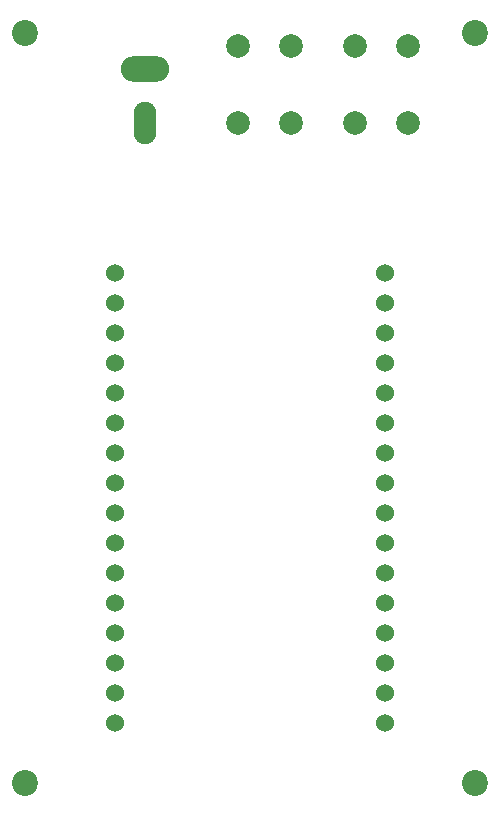
<source format=gbs>
%TF.GenerationSoftware,KiCad,Pcbnew,7.0.10*%
%TF.CreationDate,2024-10-16T21:33:48+11:00*%
%TF.ProjectId,ESP32-TestPatternGenerator,45535033-322d-4546-9573-745061747465,rev?*%
%TF.SameCoordinates,Original*%
%TF.FileFunction,Soldermask,Bot*%
%TF.FilePolarity,Negative*%
%FSLAX46Y46*%
G04 Gerber Fmt 4.6, Leading zero omitted, Abs format (unit mm)*
G04 Created by KiCad (PCBNEW 7.0.10) date 2024-10-16 21:33:48*
%MOMM*%
%LPD*%
G01*
G04 APERTURE LIST*
%ADD10O,4.104000X2.154000*%
%ADD11O,1.904000X3.604000*%
%ADD12C,2.200000*%
%ADD13C,1.524000*%
%ADD14C,2.000000*%
G04 APERTURE END LIST*
D10*
%TO.C,Composite Out*%
X99060000Y-76780000D03*
D11*
X99060000Y-81280000D03*
%TD*%
D12*
%TO.C,REF\u002A\u002A*%
X127000000Y-137160000D03*
%TD*%
%TO.C,REF\u002A\u002A*%
X88900000Y-137160000D03*
%TD*%
%TO.C,REF\u002A\u002A*%
X88900000Y-73660000D03*
%TD*%
%TO.C,REF\u002A\u002A*%
X127000000Y-73660000D03*
%TD*%
D13*
%TO.C,LOLIN D32*%
X119380000Y-132080000D03*
X119380000Y-129540000D03*
X119380000Y-127000000D03*
X119380000Y-124460000D03*
X119380000Y-121920000D03*
X119380000Y-119380000D03*
X119380000Y-116840000D03*
X119380000Y-114300000D03*
X119380000Y-111760000D03*
X119380000Y-109220000D03*
X119380000Y-106680000D03*
X119380000Y-104140000D03*
X119380000Y-101600000D03*
X119380000Y-99060000D03*
X119380000Y-96520000D03*
X119380000Y-93980000D03*
X96520000Y-132080000D03*
X96520000Y-129540000D03*
X96520000Y-127000000D03*
X96520000Y-124460000D03*
X96520000Y-121920000D03*
X96520000Y-119380000D03*
X96520000Y-116840000D03*
X96520000Y-114300000D03*
X96520000Y-111760000D03*
X96520000Y-109220000D03*
X96520000Y-106680000D03*
X96520000Y-104140000D03*
X96520000Y-101600000D03*
X96520000Y-99060000D03*
X96520000Y-96520000D03*
X96520000Y-93980000D03*
%TD*%
D14*
%TO.C,Pattern*%
X106970000Y-74780000D03*
X106970000Y-81280000D03*
X111470000Y-81280000D03*
X111470000Y-74780000D03*
%TD*%
%TO.C,PAL/NTSC*%
X116840000Y-74780000D03*
X116840000Y-81280000D03*
X121340000Y-81280000D03*
X121340000Y-74780000D03*
%TD*%
M02*

</source>
